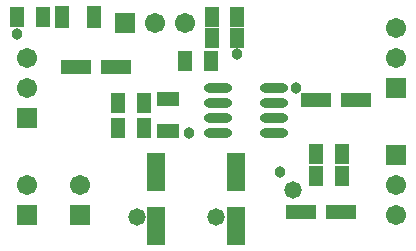
<source format=gts>
%FSLAX25Y25*%
%MOIN*%
G70*
G01*
G75*
G04 Layer_Color=8388736*
%ADD10R,0.06312X0.12611*%
%ADD11R,0.10249X0.04737*%
%ADD12R,0.05131X0.07493*%
%ADD13R,0.04737X0.06706*%
%ADD14O,0.09461X0.03162*%
%ADD15R,0.07493X0.05131*%
%ADD16C,0.06706*%
%ADD17R,0.06706X0.06706*%
%ADD18R,0.06706X0.06706*%
%ADD19C,0.03800*%
%ADD20C,0.05800*%
D10*
X79000Y8945D02*
D03*
Y27055D02*
D03*
X52500Y8945D02*
D03*
Y27055D02*
D03*
D11*
X119193Y51000D02*
D03*
X105807D02*
D03*
X114193Y13500D02*
D03*
X100807D02*
D03*
X39193Y62000D02*
D03*
X25807D02*
D03*
D12*
X31815Y78500D02*
D03*
X21185D02*
D03*
D13*
X14831Y78500D02*
D03*
X6169D02*
D03*
X114331Y33000D02*
D03*
X105669D02*
D03*
X70831Y64000D02*
D03*
X62169D02*
D03*
X71000Y78500D02*
D03*
X79661D02*
D03*
X79661Y71500D02*
D03*
X71000D02*
D03*
X105669Y25500D02*
D03*
X114331D02*
D03*
X39669Y41500D02*
D03*
X48331D02*
D03*
X48331Y50000D02*
D03*
X39669D02*
D03*
D14*
X73051Y55000D02*
D03*
Y50000D02*
D03*
Y45000D02*
D03*
Y40000D02*
D03*
X91949Y55000D02*
D03*
Y50000D02*
D03*
Y45000D02*
D03*
Y40000D02*
D03*
D15*
X56500Y51315D02*
D03*
Y40685D02*
D03*
D16*
X9500Y22500D02*
D03*
X132500Y65000D02*
D03*
Y75000D02*
D03*
Y22500D02*
D03*
Y12500D02*
D03*
X27000Y22500D02*
D03*
X52000Y76500D02*
D03*
X62000D02*
D03*
X9500Y55000D02*
D03*
Y65000D02*
D03*
D17*
Y12500D02*
D03*
X132500Y55000D02*
D03*
Y32500D02*
D03*
X27000Y12500D02*
D03*
X9500Y45000D02*
D03*
D18*
X42000Y76500D02*
D03*
D19*
X6000Y73000D02*
D03*
X79661Y66161D02*
D03*
X63500Y40000D02*
D03*
X99000Y55000D02*
D03*
X93945Y27055D02*
D03*
D20*
X98000Y21000D02*
D03*
X46000Y12000D02*
D03*
X72500D02*
D03*
M02*

</source>
